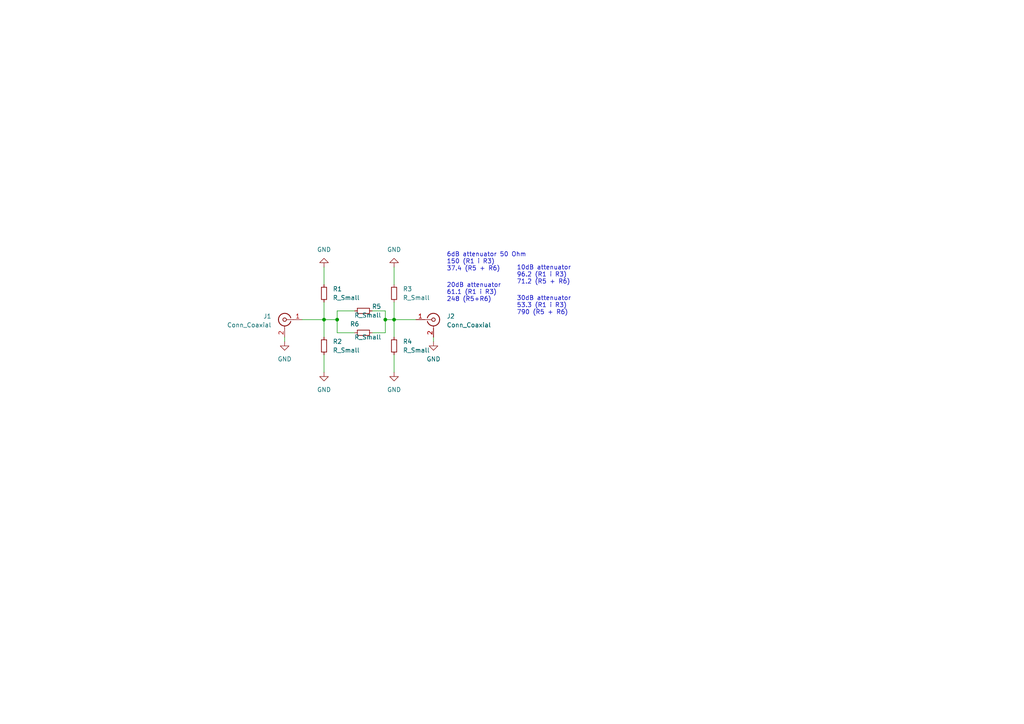
<source format=kicad_sch>
(kicad_sch (version 20230121) (generator eeschema)

  (uuid 28be1055-0e0a-4587-a527-b0ae75ffc2fd)

  (paper "A4")

  (lib_symbols
    (symbol "Connector:Conn_Coaxial" (pin_names (offset 1.016) hide) (in_bom yes) (on_board yes)
      (property "Reference" "J" (at 0.254 3.048 0)
        (effects (font (size 1.27 1.27)))
      )
      (property "Value" "Conn_Coaxial" (at 2.921 0 90)
        (effects (font (size 1.27 1.27)))
      )
      (property "Footprint" "" (at 0 0 0)
        (effects (font (size 1.27 1.27)) hide)
      )
      (property "Datasheet" " ~" (at 0 0 0)
        (effects (font (size 1.27 1.27)) hide)
      )
      (property "ki_keywords" "BNC SMA SMB SMC LEMO coaxial connector CINCH RCA MCX MMCX U.FL UMRF" (at 0 0 0)
        (effects (font (size 1.27 1.27)) hide)
      )
      (property "ki_description" "coaxial connector (BNC, SMA, SMB, SMC, Cinch/RCA, LEMO, ...)" (at 0 0 0)
        (effects (font (size 1.27 1.27)) hide)
      )
      (property "ki_fp_filters" "*BNC* *SMA* *SMB* *SMC* *Cinch* *LEMO* *UMRF* *MCX* *U.FL*" (at 0 0 0)
        (effects (font (size 1.27 1.27)) hide)
      )
      (symbol "Conn_Coaxial_0_1"
        (arc (start -1.778 -0.508) (mid 0.2311 -1.8066) (end 1.778 0)
          (stroke (width 0.254) (type default))
          (fill (type none))
        )
        (polyline
          (pts
            (xy -2.54 0)
            (xy -0.508 0)
          )
          (stroke (width 0) (type default))
          (fill (type none))
        )
        (polyline
          (pts
            (xy 0 -2.54)
            (xy 0 -1.778)
          )
          (stroke (width 0) (type default))
          (fill (type none))
        )
        (circle (center 0 0) (radius 0.508)
          (stroke (width 0.2032) (type default))
          (fill (type none))
        )
        (arc (start 1.778 0) (mid 0.2099 1.8101) (end -1.778 0.508)
          (stroke (width 0.254) (type default))
          (fill (type none))
        )
      )
      (symbol "Conn_Coaxial_1_1"
        (pin passive line (at -5.08 0 0) (length 2.54)
          (name "In" (effects (font (size 1.27 1.27))))
          (number "1" (effects (font (size 1.27 1.27))))
        )
        (pin passive line (at 0 -5.08 90) (length 2.54)
          (name "Ext" (effects (font (size 1.27 1.27))))
          (number "2" (effects (font (size 1.27 1.27))))
        )
      )
    )
    (symbol "Device:R_Small" (pin_numbers hide) (pin_names (offset 0.254) hide) (in_bom yes) (on_board yes)
      (property "Reference" "R" (at 0.762 0.508 0)
        (effects (font (size 1.27 1.27)) (justify left))
      )
      (property "Value" "R_Small" (at 0.762 -1.016 0)
        (effects (font (size 1.27 1.27)) (justify left))
      )
      (property "Footprint" "" (at 0 0 0)
        (effects (font (size 1.27 1.27)) hide)
      )
      (property "Datasheet" "~" (at 0 0 0)
        (effects (font (size 1.27 1.27)) hide)
      )
      (property "ki_keywords" "R resistor" (at 0 0 0)
        (effects (font (size 1.27 1.27)) hide)
      )
      (property "ki_description" "Resistor, small symbol" (at 0 0 0)
        (effects (font (size 1.27 1.27)) hide)
      )
      (property "ki_fp_filters" "R_*" (at 0 0 0)
        (effects (font (size 1.27 1.27)) hide)
      )
      (symbol "R_Small_0_1"
        (rectangle (start -0.762 1.778) (end 0.762 -1.778)
          (stroke (width 0.2032) (type default))
          (fill (type none))
        )
      )
      (symbol "R_Small_1_1"
        (pin passive line (at 0 2.54 270) (length 0.762)
          (name "~" (effects (font (size 1.27 1.27))))
          (number "1" (effects (font (size 1.27 1.27))))
        )
        (pin passive line (at 0 -2.54 90) (length 0.762)
          (name "~" (effects (font (size 1.27 1.27))))
          (number "2" (effects (font (size 1.27 1.27))))
        )
      )
    )
    (symbol "power:GND" (power) (pin_names (offset 0)) (in_bom yes) (on_board yes)
      (property "Reference" "#PWR" (at 0 -6.35 0)
        (effects (font (size 1.27 1.27)) hide)
      )
      (property "Value" "GND" (at 0 -3.81 0)
        (effects (font (size 1.27 1.27)))
      )
      (property "Footprint" "" (at 0 0 0)
        (effects (font (size 1.27 1.27)) hide)
      )
      (property "Datasheet" "" (at 0 0 0)
        (effects (font (size 1.27 1.27)) hide)
      )
      (property "ki_keywords" "global power" (at 0 0 0)
        (effects (font (size 1.27 1.27)) hide)
      )
      (property "ki_description" "Power symbol creates a global label with name \"GND\" , ground" (at 0 0 0)
        (effects (font (size 1.27 1.27)) hide)
      )
      (symbol "GND_0_1"
        (polyline
          (pts
            (xy 0 0)
            (xy 0 -1.27)
            (xy 1.27 -1.27)
            (xy 0 -2.54)
            (xy -1.27 -1.27)
            (xy 0 -1.27)
          )
          (stroke (width 0) (type default))
          (fill (type none))
        )
      )
      (symbol "GND_1_1"
        (pin power_in line (at 0 0 270) (length 0) hide
          (name "GND" (effects (font (size 1.27 1.27))))
          (number "1" (effects (font (size 1.27 1.27))))
        )
      )
    )
  )

  (junction (at 93.98 92.71) (diameter 0) (color 0 0 0 0)
    (uuid 3ccab28a-aafe-49b9-8fbe-bbf9493ff5d8)
  )
  (junction (at 111.76 92.71) (diameter 0) (color 0 0 0 0)
    (uuid 5b2081b0-8acc-4021-ae42-7e5864896ea9)
  )
  (junction (at 97.79 92.71) (diameter 0) (color 0 0 0 0)
    (uuid 9e3f94ac-370a-47e9-916f-143b117e6487)
  )
  (junction (at 114.3 92.71) (diameter 0) (color 0 0 0 0)
    (uuid d802532f-2c0a-4a74-a5be-754e9f310b89)
  )

  (wire (pts (xy 107.95 90.17) (xy 111.76 90.17))
    (stroke (width 0) (type default))
    (uuid 06bbc89c-c13a-4474-9493-dbe7b0339187)
  )
  (wire (pts (xy 111.76 90.17) (xy 111.76 92.71))
    (stroke (width 0) (type default))
    (uuid 39c2d773-fe0a-4bbb-ba04-1952855a04ec)
  )
  (wire (pts (xy 97.79 96.52) (xy 102.87 96.52))
    (stroke (width 0) (type default))
    (uuid 44270dab-007c-40bc-8daa-8ce65d5a2f15)
  )
  (wire (pts (xy 82.55 97.79) (xy 82.55 99.06))
    (stroke (width 0) (type default))
    (uuid 46334bbf-3c2d-41f7-9054-4eaffb736c2c)
  )
  (wire (pts (xy 97.79 90.17) (xy 97.79 92.71))
    (stroke (width 0) (type default))
    (uuid 47477b6c-4c49-4985-8732-c4567c48d9c7)
  )
  (wire (pts (xy 111.76 96.52) (xy 107.95 96.52))
    (stroke (width 0) (type default))
    (uuid 54ec5a8b-adc0-4ec9-92c6-e5a1046f888f)
  )
  (wire (pts (xy 102.87 90.17) (xy 97.79 90.17))
    (stroke (width 0) (type default))
    (uuid 5b9fe571-3da3-42dd-8537-5acf4408472f)
  )
  (wire (pts (xy 114.3 77.47) (xy 114.3 82.55))
    (stroke (width 0) (type default))
    (uuid 621b96c8-945b-4904-9570-eec47de76355)
  )
  (wire (pts (xy 114.3 102.87) (xy 114.3 107.95))
    (stroke (width 0) (type default))
    (uuid 8090ca66-3d08-4f26-a69d-c823173527e8)
  )
  (wire (pts (xy 111.76 92.71) (xy 114.3 92.71))
    (stroke (width 0) (type default))
    (uuid 8ba42b96-81dc-4149-9053-b2990ca4ea11)
  )
  (wire (pts (xy 93.98 92.71) (xy 97.79 92.71))
    (stroke (width 0) (type default))
    (uuid 9347dff6-fc98-4233-bb9e-d8a011232ab8)
  )
  (wire (pts (xy 114.3 87.63) (xy 114.3 92.71))
    (stroke (width 0) (type default))
    (uuid 9738331f-25c6-43a5-9869-47757f41f90b)
  )
  (wire (pts (xy 114.3 92.71) (xy 114.3 97.79))
    (stroke (width 0) (type default))
    (uuid 9ef5f742-a766-48c0-bef5-3cfb7b6f6602)
  )
  (wire (pts (xy 125.73 97.79) (xy 125.73 99.06))
    (stroke (width 0) (type default))
    (uuid a8f6ead6-b972-4df6-a0a9-a3ed6801dfef)
  )
  (wire (pts (xy 111.76 92.71) (xy 111.76 96.52))
    (stroke (width 0) (type default))
    (uuid ad29f6f0-f234-4868-a0f9-94111ffa4c55)
  )
  (wire (pts (xy 93.98 92.71) (xy 93.98 97.79))
    (stroke (width 0) (type default))
    (uuid bc3e46b4-0914-4db0-b6e9-4f4a3ecf9e10)
  )
  (wire (pts (xy 93.98 87.63) (xy 93.98 92.71))
    (stroke (width 0) (type default))
    (uuid c335179f-9f26-4a3e-a835-052e51c3ccb5)
  )
  (wire (pts (xy 114.3 92.71) (xy 120.65 92.71))
    (stroke (width 0) (type default))
    (uuid d20f07e3-c88f-4cc6-8859-20417142dcd1)
  )
  (wire (pts (xy 87.63 92.71) (xy 93.98 92.71))
    (stroke (width 0) (type default))
    (uuid db4c55a1-da9a-4e61-a802-10913dd477eb)
  )
  (wire (pts (xy 93.98 102.87) (xy 93.98 107.95))
    (stroke (width 0) (type default))
    (uuid dd75b144-87a7-429c-8a6e-3f3f1dc763ea)
  )
  (wire (pts (xy 97.79 92.71) (xy 97.79 96.52))
    (stroke (width 0) (type default))
    (uuid e44c461f-c52d-48e9-8e36-52b2ef05db65)
  )
  (wire (pts (xy 93.98 77.47) (xy 93.98 82.55))
    (stroke (width 0) (type default))
    (uuid ed57dbf1-513f-4db3-8fa4-86a431da67e7)
  )

  (text "6dB attenuator 50 Ohm\n150 (R1 i R3)\n37.4 (R5 + R6)"
    (at 129.54 78.74 0)
    (effects (font (size 1.27 1.27)) (justify left bottom))
    (uuid 19a558c5-9f67-42f2-ab72-6ea3b26a47b9)
  )
  (text "10dB attenuator\n96.2 (R1 i R3)\n71.2 (R5 + R6)" (at 149.86 82.55 0)
    (effects (font (size 1.27 1.27)) (justify left bottom))
    (uuid 4fa003fc-2b7e-4bde-81da-c6c6895c184d)
  )
  (text "20dB attenuator\n61.1 (R1 i R3)\n248 (R5+R6)\n" (at 129.54 87.63 0)
    (effects (font (size 1.27 1.27)) (justify left bottom))
    (uuid a8b3d756-659d-41f5-9256-c80a18b9059d)
  )
  (text "30dB attenuator\n53.3 (R1 i R3)\n790 (R5 + R6)" (at 149.86 91.44 0)
    (effects (font (size 1.27 1.27)) (justify left bottom))
    (uuid b093f206-7ca0-479c-ac90-1bf13713effd)
  )

  (symbol (lib_id "Device:R_Small") (at 114.3 100.33 0) (unit 1)
    (in_bom yes) (on_board yes) (dnp no) (fields_autoplaced)
    (uuid 015ef236-c24e-4b14-aa3c-74605afb71a4)
    (property "Reference" "R4" (at 116.84 99.06 0)
      (effects (font (size 1.27 1.27)) (justify left))
    )
    (property "Value" "R_Small" (at 116.84 101.6 0)
      (effects (font (size 1.27 1.27)) (justify left))
    )
    (property "Footprint" "Resistor_THT:R_Axial_DIN0207_L6.3mm_D2.5mm_P10.16mm_Horizontal" (at 114.3 100.33 0)
      (effects (font (size 1.27 1.27)) hide)
    )
    (property "Datasheet" "~" (at 114.3 100.33 0)
      (effects (font (size 1.27 1.27)) hide)
    )
    (pin "1" (uuid ef60fd98-b4e0-4691-9035-8344b79b7a84))
    (pin "2" (uuid 17b692bb-e136-48da-8d7c-4102b948f062))
    (instances
      (project "Attenuator"
        (path "/28be1055-0e0a-4587-a527-b0ae75ffc2fd"
          (reference "R4") (unit 1)
        )
      )
    )
  )

  (symbol (lib_id "power:GND") (at 125.73 99.06 0) (unit 1)
    (in_bom yes) (on_board yes) (dnp no) (fields_autoplaced)
    (uuid 106f07e8-93f0-41c9-8535-c0e7035e9974)
    (property "Reference" "#PWR04" (at 125.73 105.41 0)
      (effects (font (size 1.27 1.27)) hide)
    )
    (property "Value" "GND" (at 125.73 104.14 0)
      (effects (font (size 1.27 1.27)))
    )
    (property "Footprint" "" (at 125.73 99.06 0)
      (effects (font (size 1.27 1.27)) hide)
    )
    (property "Datasheet" "" (at 125.73 99.06 0)
      (effects (font (size 1.27 1.27)) hide)
    )
    (pin "1" (uuid bbb084a1-8817-42ca-bf10-bb00d6afa725))
    (instances
      (project "Attenuator"
        (path "/28be1055-0e0a-4587-a527-b0ae75ffc2fd"
          (reference "#PWR04") (unit 1)
        )
      )
    )
  )

  (symbol (lib_id "power:GND") (at 114.3 107.95 0) (unit 1)
    (in_bom yes) (on_board yes) (dnp no) (fields_autoplaced)
    (uuid 164cd762-a6c2-4e59-97d6-3c861e90cfcd)
    (property "Reference" "#PWR02" (at 114.3 114.3 0)
      (effects (font (size 1.27 1.27)) hide)
    )
    (property "Value" "GND" (at 114.3 113.03 0)
      (effects (font (size 1.27 1.27)))
    )
    (property "Footprint" "" (at 114.3 107.95 0)
      (effects (font (size 1.27 1.27)) hide)
    )
    (property "Datasheet" "" (at 114.3 107.95 0)
      (effects (font (size 1.27 1.27)) hide)
    )
    (pin "1" (uuid fa4c1358-ebd7-4767-a4e7-8060f5bd8316))
    (instances
      (project "Attenuator"
        (path "/28be1055-0e0a-4587-a527-b0ae75ffc2fd"
          (reference "#PWR02") (unit 1)
        )
      )
    )
  )

  (symbol (lib_id "Device:R_Small") (at 105.41 96.52 90) (unit 1)
    (in_bom yes) (on_board yes) (dnp no)
    (uuid 43cebf3b-3e83-4d24-a208-a04677eac7a7)
    (property "Reference" "R6" (at 102.87 93.98 90)
      (effects (font (size 1.27 1.27)))
    )
    (property "Value" "R_Small" (at 106.68 97.79 90)
      (effects (font (size 1.27 1.27)))
    )
    (property "Footprint" "Resistor_THT:R_Axial_DIN0207_L6.3mm_D2.5mm_P10.16mm_Horizontal" (at 105.41 96.52 0)
      (effects (font (size 1.27 1.27)) hide)
    )
    (property "Datasheet" "~" (at 105.41 96.52 0)
      (effects (font (size 1.27 1.27)) hide)
    )
    (pin "2" (uuid 2fb65d2a-b515-4bc3-aad4-82a0907f4d74))
    (pin "1" (uuid 62e4554d-a090-4b5c-ab55-98170eaf4e86))
    (instances
      (project "Attenuator"
        (path "/28be1055-0e0a-4587-a527-b0ae75ffc2fd"
          (reference "R6") (unit 1)
        )
      )
    )
  )

  (symbol (lib_id "Device:R_Small") (at 93.98 100.33 0) (unit 1)
    (in_bom yes) (on_board yes) (dnp no) (fields_autoplaced)
    (uuid 4e686c6c-e45d-4ced-bdf2-a9dc07d3a2c3)
    (property "Reference" "R2" (at 96.52 99.06 0)
      (effects (font (size 1.27 1.27)) (justify left))
    )
    (property "Value" "R_Small" (at 96.52 101.6 0)
      (effects (font (size 1.27 1.27)) (justify left))
    )
    (property "Footprint" "Resistor_THT:R_Axial_DIN0207_L6.3mm_D2.5mm_P10.16mm_Horizontal" (at 93.98 100.33 0)
      (effects (font (size 1.27 1.27)) hide)
    )
    (property "Datasheet" "~" (at 93.98 100.33 0)
      (effects (font (size 1.27 1.27)) hide)
    )
    (pin "2" (uuid e6ede153-e8b5-4d08-953b-d7e6a351571b))
    (pin "1" (uuid 28605fa3-3619-4f99-a810-b12e7fd3a277))
    (instances
      (project "Attenuator"
        (path "/28be1055-0e0a-4587-a527-b0ae75ffc2fd"
          (reference "R2") (unit 1)
        )
      )
    )
  )

  (symbol (lib_id "power:GND") (at 93.98 77.47 180) (unit 1)
    (in_bom yes) (on_board yes) (dnp no) (fields_autoplaced)
    (uuid 550549e4-3518-4327-b16e-4247fd28da5c)
    (property "Reference" "#PWR05" (at 93.98 71.12 0)
      (effects (font (size 1.27 1.27)) hide)
    )
    (property "Value" "GND" (at 93.98 72.39 0)
      (effects (font (size 1.27 1.27)))
    )
    (property "Footprint" "" (at 93.98 77.47 0)
      (effects (font (size 1.27 1.27)) hide)
    )
    (property "Datasheet" "" (at 93.98 77.47 0)
      (effects (font (size 1.27 1.27)) hide)
    )
    (pin "1" (uuid b436983c-92f1-4699-83eb-3d1302470100))
    (instances
      (project "Attenuator"
        (path "/28be1055-0e0a-4587-a527-b0ae75ffc2fd"
          (reference "#PWR05") (unit 1)
        )
      )
    )
  )

  (symbol (lib_id "Device:R_Small") (at 105.41 90.17 90) (unit 1)
    (in_bom yes) (on_board yes) (dnp no)
    (uuid 5e11044c-2ae7-4370-a205-f408f31cb9e3)
    (property "Reference" "R5" (at 109.22 88.9 90)
      (effects (font (size 1.27 1.27)))
    )
    (property "Value" "R_Small" (at 106.68 91.44 90)
      (effects (font (size 1.27 1.27)))
    )
    (property "Footprint" "Resistor_THT:R_Axial_DIN0207_L6.3mm_D2.5mm_P10.16mm_Horizontal" (at 105.41 90.17 0)
      (effects (font (size 1.27 1.27)) hide)
    )
    (property "Datasheet" "~" (at 105.41 90.17 0)
      (effects (font (size 1.27 1.27)) hide)
    )
    (pin "1" (uuid 189b0dce-c12e-445d-b68c-8e57b5dfcd0d))
    (pin "2" (uuid ab4101e8-766c-42a9-8c62-21194954218b))
    (instances
      (project "Attenuator"
        (path "/28be1055-0e0a-4587-a527-b0ae75ffc2fd"
          (reference "R5") (unit 1)
        )
      )
    )
  )

  (symbol (lib_id "Device:R_Small") (at 93.98 85.09 0) (unit 1)
    (in_bom yes) (on_board yes) (dnp no) (fields_autoplaced)
    (uuid 66a0f4ca-0f27-4c58-b3fa-ce82e32c978b)
    (property "Reference" "R1" (at 96.52 83.82 0)
      (effects (font (size 1.27 1.27)) (justify left))
    )
    (property "Value" "R_Small" (at 96.52 86.36 0)
      (effects (font (size 1.27 1.27)) (justify left))
    )
    (property "Footprint" "Resistor_THT:R_Axial_DIN0207_L6.3mm_D2.5mm_P10.16mm_Horizontal" (at 93.98 85.09 0)
      (effects (font (size 1.27 1.27)) hide)
    )
    (property "Datasheet" "~" (at 93.98 85.09 0)
      (effects (font (size 1.27 1.27)) hide)
    )
    (pin "2" (uuid 010e0779-83e2-4859-92c6-546b6caaf239))
    (pin "1" (uuid f713302f-a39c-41ae-ba9d-cf2bf6cd716d))
    (instances
      (project "Attenuator"
        (path "/28be1055-0e0a-4587-a527-b0ae75ffc2fd"
          (reference "R1") (unit 1)
        )
      )
    )
  )

  (symbol (lib_id "power:GND") (at 114.3 77.47 180) (unit 1)
    (in_bom yes) (on_board yes) (dnp no) (fields_autoplaced)
    (uuid 6e13592d-c349-4b4b-a207-85ad580135c3)
    (property "Reference" "#PWR06" (at 114.3 71.12 0)
      (effects (font (size 1.27 1.27)) hide)
    )
    (property "Value" "GND" (at 114.3 72.39 0)
      (effects (font (size 1.27 1.27)))
    )
    (property "Footprint" "" (at 114.3 77.47 0)
      (effects (font (size 1.27 1.27)) hide)
    )
    (property "Datasheet" "" (at 114.3 77.47 0)
      (effects (font (size 1.27 1.27)) hide)
    )
    (pin "1" (uuid 9421d219-36e2-46ae-b1a0-4676f657cff3))
    (instances
      (project "Attenuator"
        (path "/28be1055-0e0a-4587-a527-b0ae75ffc2fd"
          (reference "#PWR06") (unit 1)
        )
      )
    )
  )

  (symbol (lib_id "power:GND") (at 93.98 107.95 0) (unit 1)
    (in_bom yes) (on_board yes) (dnp no) (fields_autoplaced)
    (uuid 9e1a142a-c538-40a9-b43a-5745b2f3f31d)
    (property "Reference" "#PWR01" (at 93.98 114.3 0)
      (effects (font (size 1.27 1.27)) hide)
    )
    (property "Value" "GND" (at 93.98 113.03 0)
      (effects (font (size 1.27 1.27)))
    )
    (property "Footprint" "" (at 93.98 107.95 0)
      (effects (font (size 1.27 1.27)) hide)
    )
    (property "Datasheet" "" (at 93.98 107.95 0)
      (effects (font (size 1.27 1.27)) hide)
    )
    (pin "1" (uuid f382073a-04c2-4093-9032-139a99ced3d9))
    (instances
      (project "Attenuator"
        (path "/28be1055-0e0a-4587-a527-b0ae75ffc2fd"
          (reference "#PWR01") (unit 1)
        )
      )
    )
  )

  (symbol (lib_id "Connector:Conn_Coaxial") (at 125.73 92.71 0) (unit 1)
    (in_bom yes) (on_board yes) (dnp no) (fields_autoplaced)
    (uuid ad046cb6-d8a6-4087-8dd8-5da21aad265b)
    (property "Reference" "J2" (at 129.54 91.7332 0)
      (effects (font (size 1.27 1.27)) (justify left))
    )
    (property "Value" "Conn_Coaxial" (at 129.54 94.2732 0)
      (effects (font (size 1.27 1.27)) (justify left))
    )
    (property "Footprint" "Connector_Coaxial:SMA_Molex_73251-2120_EdgeMount_Horizontal" (at 125.73 92.71 0)
      (effects (font (size 1.27 1.27)) hide)
    )
    (property "Datasheet" " ~" (at 125.73 92.71 0)
      (effects (font (size 1.27 1.27)) hide)
    )
    (pin "2" (uuid a7bb1e86-bb17-4e22-b467-e5d5230cf592))
    (pin "1" (uuid 8f1cb5ad-36b1-40b9-bb91-c94e24dff960))
    (instances
      (project "Attenuator"
        (path "/28be1055-0e0a-4587-a527-b0ae75ffc2fd"
          (reference "J2") (unit 1)
        )
      )
    )
  )

  (symbol (lib_id "power:GND") (at 82.55 99.06 0) (unit 1)
    (in_bom yes) (on_board yes) (dnp no) (fields_autoplaced)
    (uuid b35cc2bb-25b7-45c8-aad3-406df3bc416e)
    (property "Reference" "#PWR03" (at 82.55 105.41 0)
      (effects (font (size 1.27 1.27)) hide)
    )
    (property "Value" "GND" (at 82.55 104.14 0)
      (effects (font (size 1.27 1.27)))
    )
    (property "Footprint" "" (at 82.55 99.06 0)
      (effects (font (size 1.27 1.27)) hide)
    )
    (property "Datasheet" "" (at 82.55 99.06 0)
      (effects (font (size 1.27 1.27)) hide)
    )
    (pin "1" (uuid 0f7cae79-9bd8-40c1-a7f3-36623fd6a696))
    (instances
      (project "Attenuator"
        (path "/28be1055-0e0a-4587-a527-b0ae75ffc2fd"
          (reference "#PWR03") (unit 1)
        )
      )
    )
  )

  (symbol (lib_id "Connector:Conn_Coaxial") (at 82.55 92.71 0) (mirror y) (unit 1)
    (in_bom yes) (on_board yes) (dnp no)
    (uuid cd013a6a-731b-46ba-b68e-db48ab68227a)
    (property "Reference" "J1" (at 78.74 91.7332 0)
      (effects (font (size 1.27 1.27)) (justify left))
    )
    (property "Value" "Conn_Coaxial" (at 78.74 94.2732 0)
      (effects (font (size 1.27 1.27)) (justify left))
    )
    (property "Footprint" "Connector_Coaxial:SMA_Molex_73251-2120_EdgeMount_Horizontal" (at 82.55 92.71 0)
      (effects (font (size 1.27 1.27)) hide)
    )
    (property "Datasheet" " ~" (at 82.55 92.71 0)
      (effects (font (size 1.27 1.27)) hide)
    )
    (pin "1" (uuid 0f2e7098-0e38-42ba-861d-b506ecff8138))
    (pin "2" (uuid 26a26896-9848-44a6-abd6-ef9f34d924ee))
    (instances
      (project "Attenuator"
        (path "/28be1055-0e0a-4587-a527-b0ae75ffc2fd"
          (reference "J1") (unit 1)
        )
      )
    )
  )

  (symbol (lib_id "Device:R_Small") (at 114.3 85.09 0) (unit 1)
    (in_bom yes) (on_board yes) (dnp no) (fields_autoplaced)
    (uuid e43224b7-99cf-4535-96fb-1e3097613d00)
    (property "Reference" "R3" (at 116.84 83.82 0)
      (effects (font (size 1.27 1.27)) (justify left))
    )
    (property "Value" "R_Small" (at 116.84 86.36 0)
      (effects (font (size 1.27 1.27)) (justify left))
    )
    (property "Footprint" "Resistor_THT:R_Axial_DIN0207_L6.3mm_D2.5mm_P10.16mm_Horizontal" (at 114.3 85.09 0)
      (effects (font (size 1.27 1.27)) hide)
    )
    (property "Datasheet" "~" (at 114.3 85.09 0)
      (effects (font (size 1.27 1.27)) hide)
    )
    (pin "1" (uuid a7b83ca8-dc8c-4e12-b315-3ced53a5efa0))
    (pin "2" (uuid 78184b6f-12f7-4749-bae4-b2dba472ecc6))
    (instances
      (project "Attenuator"
        (path "/28be1055-0e0a-4587-a527-b0ae75ffc2fd"
          (reference "R3") (unit 1)
        )
      )
    )
  )

  (sheet_instances
    (path "/" (page "1"))
  )
)

</source>
